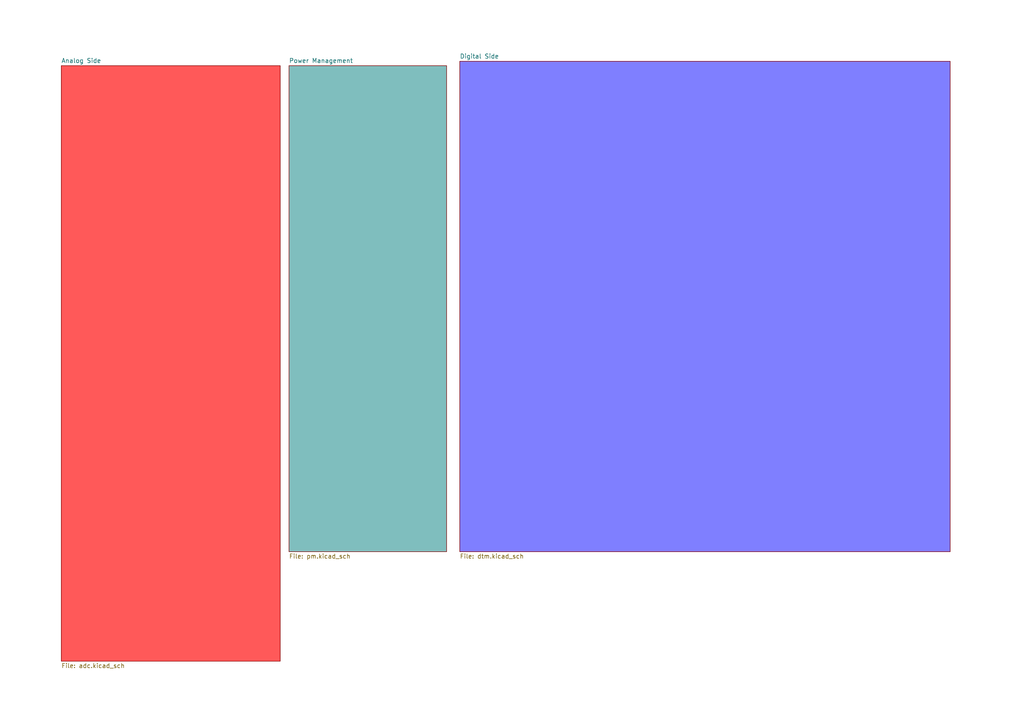
<source format=kicad_sch>
(kicad_sch
	(version 20250114)
	(generator "eeschema")
	(generator_version "9.0")
	(uuid "309d9ae9-da17-46fc-b276-64a575cef920")
	(paper "A4")
	(title_block
		(title "Robohand PCB")
		(date "2025-04-21")
		(rev "0")
		(company "Robert Fudge")
		(comment 1 "Not To Scale")
	)
	(lib_symbols)
	(sheet
		(at 133.35 17.78)
		(size 142.24 142.24)
		(exclude_from_sim no)
		(in_bom yes)
		(on_board yes)
		(dnp no)
		(fields_autoplaced yes)
		(stroke
			(width 0.1524)
			(type solid)
		)
		(fill
			(color 0 0 255 0.5000)
		)
		(uuid "9a870aa9-1bd2-46cd-9645-7a3c2c6368e0")
		(property "Sheetname" "Digital Side"
			(at 133.35 17.0684 0)
			(effects
				(font
					(size 1.27 1.27)
				)
				(justify left bottom)
			)
		)
		(property "Sheetfile" "dtm.kicad_sch"
			(at 133.35 160.6046 0)
			(effects
				(font
					(size 1.27 1.27)
				)
				(justify left top)
			)
		)
		(instances
			(project "RobohandR1"
				(path "/309d9ae9-da17-46fc-b276-64a575cef920"
					(page "3")
				)
			)
		)
	)
	(sheet
		(at 17.78 19.05)
		(size 63.5 172.72)
		(exclude_from_sim no)
		(in_bom yes)
		(on_board yes)
		(dnp no)
		(fields_autoplaced yes)
		(stroke
			(width 0.1524)
			(type solid)
		)
		(fill
			(color 255 0 0 0.6500)
		)
		(uuid "9d76c8f8-b9fc-4497-b26f-1c8e52e7c0aa")
		(property "Sheetname" "Analog Side"
			(at 17.78 18.3384 0)
			(effects
				(font
					(size 1.27 1.27)
				)
				(justify left bottom)
			)
		)
		(property "Sheetfile" "adc.kicad_sch"
			(at 17.78 192.3546 0)
			(effects
				(font
					(size 1.27 1.27)
				)
				(justify left top)
			)
		)
		(instances
			(project "RobohandR1"
				(path "/309d9ae9-da17-46fc-b276-64a575cef920"
					(page "2")
				)
			)
		)
	)
	(sheet
		(at 83.82 19.05)
		(size 45.72 140.97)
		(exclude_from_sim no)
		(in_bom yes)
		(on_board yes)
		(dnp no)
		(fields_autoplaced yes)
		(stroke
			(width 0.1524)
			(type solid)
		)
		(fill
			(color 0 127 127 0.5000)
		)
		(uuid "a1c0c92a-ffee-472c-9111-5fb818c5753b")
		(property "Sheetname" "Power Management"
			(at 83.82 18.3384 0)
			(effects
				(font
					(size 1.27 1.27)
				)
				(justify left bottom)
			)
		)
		(property "Sheetfile" "pm.kicad_sch"
			(at 83.82 160.6046 0)
			(effects
				(font
					(size 1.27 1.27)
				)
				(justify left top)
			)
		)
		(instances
			(project "RobohandR1"
				(path "/309d9ae9-da17-46fc-b276-64a575cef920"
					(page "4")
				)
			)
		)
	)
	(sheet_instances
		(path "/"
			(page "1")
		)
	)
	(embedded_fonts no)
)

</source>
